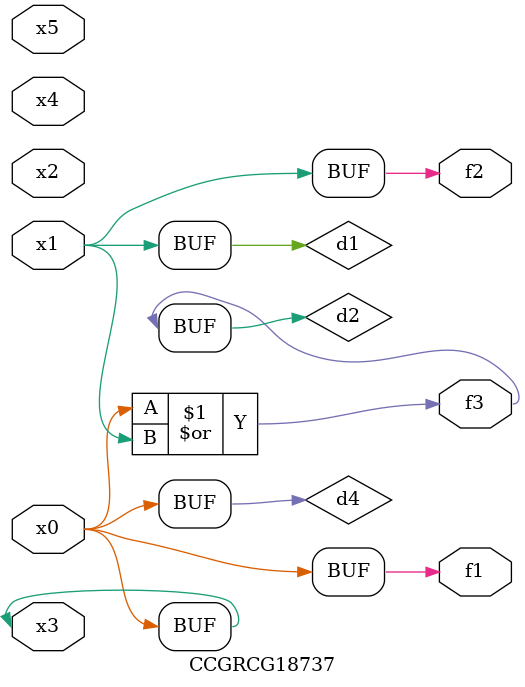
<source format=v>
module CCGRCG18737(
	input x0, x1, x2, x3, x4, x5,
	output f1, f2, f3
);

	wire d1, d2, d3, d4;

	and (d1, x1);
	or (d2, x0, x1);
	nand (d3, x0, x5);
	buf (d4, x0, x3);
	assign f1 = d4;
	assign f2 = d1;
	assign f3 = d2;
endmodule

</source>
